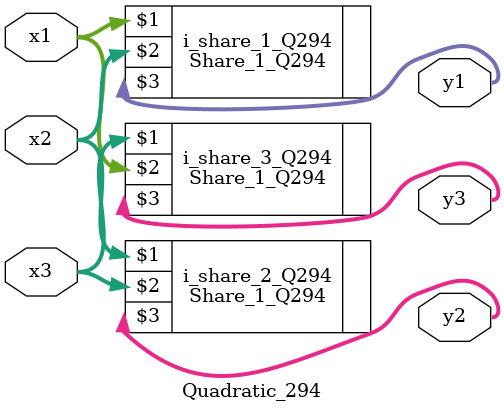
<source format=v>


module Quadratic_294(
	input wire [3:0] x1,	// one 4-bit input share per A-box
	input wire [3:0] x2,
	input wire [3:0] x3,
	output wire [3:0] y1,	// one 4-bit output share per A-box
	output wire [3:0] y2,
	output wire [3:0] y3
);

Share_1_Q294 i_share_1_Q294 (x1, x2, y1);
Share_1_Q294 i_share_2_Q294 (x2, x3, y2);
Share_1_Q294 i_share_3_Q294 (x3, x1, y3);

endmodule 
</source>
